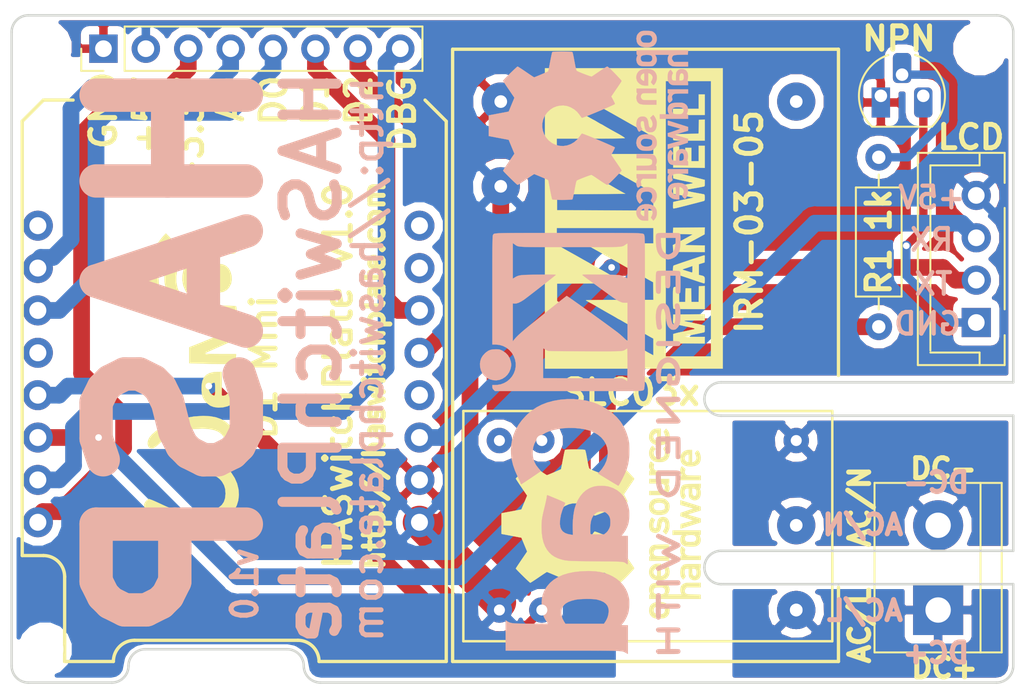
<source format=kicad_pcb>
(kicad_pcb (version 20171130) (host pcbnew "(5.0.2)-1")
  (layers (0 F.Cu signal) (31 B.Cu signal) (34 B.Paste user hide) (35 F.Paste user hide) (36 B.SilkS user hide) (37 F.SilkS user) (38 B.Mask user hide) (39 F.Mask user hide) (44 Edge.Cuts user))
  (net 0 "")
  (net 1 /AC_L)
  (net 2 /+5V)
  (net 3 /LCD_TX)
  (net 4 /LCD_RX)
  (net 5 /GND)
  (net 6 /AC_N)
  (net 7 /+3.3V)
  (net 8 /A0)
  (net 9 /D0)
  (net 10 /D1)
  (net 11 /D2)
  (net 12 /D8_DBG)
  (net 13 "Net-(U2-Pad4)")
  (net 14 "Net-(U2-Pad12)")
  (net 15 "Net-(U2-Pad7)")
  (net 16 "Net-(U2-Pad9)")
  (net 17 "Net-(U2-Pad8)")
  (net 18 /LCD_GND)
  (net 19 "Net-(R1-Pad1)")
  (net 20 /LCD_CTL)
  (module Package_TO_SOT_THT:TO-92L_HandSolder (layer F.Cu) (at 152.07 104.826)
    (fp_text reference Q1 hide)
    (fp_text value S8050)
    (pad 1 thru_hole rect (at 0 0) (size 1.1 1.8) (drill 0.75 (offset 0 0.4)) (layers *.Cu *.Mask) (net 5 /GND))
    (pad 3 thru_hole roundrect (at 2.54 0) (size 1.1 1.8) (drill 0.75 (offset 0 0.4)) (layers *.Cu *.Mask) (net 18 /LCD_GND))
    (pad 2 thru_hole roundrect (at 1.27 -1.27) (size 1.1 1.8) (drill 0.75 (offset 0 -0.4)) (layers *.Cu *.Mask) (net 20 /LCD_CTL))
  )
  (module HASwitchPlate:ACDC-Converter_MeanWell-SLC03-series (layer F.Cu) (at 147 135.65 180)
    (fp_text reference U3 hide)
    (fp_text value SLC03-series)
    (pad 8 thru_hole circle (at 17.78 10.16 180) (size 1.524 1.524) (drill 0.66) (layers *.Cu *.Mask))
    (pad 9 thru_hole circle (at 17.78 0 180) (size 1.524 1.524) (drill 0.66) (layers *.Cu *.Mask) (net 2 /+5V))
    (pad 16 thru_hole circle (at 0 0 180) (size 2.29 2.29) (drill 0.76) (layers *.Cu *.Mask) (net 1 /AC_L))
    (pad 10 thru_hole circle (at 15.24 0 180) (size 1.524 1.524) (drill 0.66) (layers *.Cu *.Mask) (net 5 /GND))
    (pad 1 thru_hole circle (at 0 10.16 180) (size 1.524 1.524) (drill 0.66) (layers *.Cu *.Mask) (net 6 /AC_N))
    (pad 7 thru_hole circle (at 15.24 10.16 180) (size 1.524 1.524) (drill 0.66) (layers *.Cu *.Mask))
  )
  (module HASwitchPlate:MountingHole_2.2mm_M2 (layer F.Cu) (at 101.778 101.556)
    (fp_text reference REF** hide)
    (fp_text value MountingHole_2.2mm_M2)
    (pad "" np_thru_hole circle (at 0.222 0.349) (size 2.2 2.2) (drill 2.2) (layers *.Cu *.Mask))
  )
  (module HASwitchPlate:MountingHole_2.2mm_M2 (layer F.Cu) (at 101.778 101.651)
    (fp_text reference REF** hide)
    (fp_text value MountingHole_2.2mm_M2)
    (pad "" np_thru_hole circle (at 0.222 36.349) (size 2.2 2.2) (drill 2.2) (layers *.Cu *.Mask))
  )
  (module Resistor_THT:R_Axial_DIN0207_L6.3mm_D2.5mm_P10.16mm_Horizontal (layer F.Cu) (at 151.943 118.669 90)
    (fp_text reference R1 hide)
    (fp_text value 1k)
    (pad 2 thru_hole oval (at 10.16 0 90) (size 1.6 1.6) (drill 0.8) (layers *.Cu *.Mask) (net 20 /LCD_CTL))
    (pad 1 thru_hole circle (at 0 0 90) (size 1.6 1.6) (drill 0.8) (layers *.Cu *.Mask) (net 19 "Net-(R1-Pad1)"))
  )
  (module HASwitchPlate:JST_XH2.54_04x2.54mm_Straight (layer F.Cu) (at 157.785 110.795 270)
    (fp_text reference J2 hide)
    (fp_text value XH2.54-4P)
    (pad 4 thru_hole circle (at 0 0 270) (size 1.75 1.75) (drill 1) (layers *.Cu *.Mask) (net 2 /+5V))
    (pad 3 thru_hole circle (at 2.54 0 270) (size 1.75 1.75) (drill 1) (layers *.Cu *.Mask) (net 3 /LCD_TX))
    (pad 2 thru_hole circle (at 5.08 0 270) (size 1.75 1.75) (drill 1) (layers *.Cu *.Mask) (net 4 /LCD_RX))
    (pad 1 thru_hole rect (at 7.62 0 270) (size 1.75 1.75) (drill 1) (layers *.Cu *.Mask) (net 18 /LCD_GND))
  )
  (module Pin_Headers:Pin_Header_Straight_1x08_Pitch2.54mm (layer F.Cu) (at 105.5 102 90)
    (fp_text reference J3 hide)
    (fp_text value Breakout)
    (pad 1 thru_hole rect (at 0 0 90) (size 1.7 1.7) (drill 1) (layers *.Cu *.Mask) (net 5 /GND))
    (pad 2 thru_hole oval (at 0 2.54 90) (size 1.7 1.7) (drill 1) (layers *.Cu *.Mask) (net 2 /+5V))
    (pad 3 thru_hole oval (at 0 5.08 90) (size 1.7 1.7) (drill 1) (layers *.Cu *.Mask) (net 7 /+3.3V))
    (pad 4 thru_hole oval (at 0 7.62 90) (size 1.7 1.7) (drill 1) (layers *.Cu *.Mask) (net 8 /A0))
    (pad 5 thru_hole oval (at 0 10.16 90) (size 1.7 1.7) (drill 1) (layers *.Cu *.Mask) (net 9 /D0))
    (pad 6 thru_hole oval (at 0 12.7 90) (size 1.7 1.7) (drill 1) (layers *.Cu *.Mask) (net 10 /D1))
    (pad 7 thru_hole oval (at 0 15.24 90) (size 1.7 1.7) (drill 1) (layers *.Cu *.Mask) (net 11 /D2))
    (pad 8 thru_hole oval (at 0 17.78 90) (size 1.7 1.7) (drill 1) (layers *.Cu *.Mask) (net 12 /D8_DBG))
  )
  (module HASwitchPlate:ACDC-Converter_MeanWell-IRM-03-x (layer F.Cu) (at 147 135.65 270)
    (fp_text reference U1 hide)
    (fp_text value IRM-03-5)
    (pad 5 thru_hole circle (at -30.48 0 270) (size 2.29 2.29) (drill 0.76) (layers *.Cu *.Mask))
    (pad 1 thru_hole circle (at 0 0 270) (size 2.29 2.29) (drill 0.76) (layers *.Cu *.Mask) (net 1 /AC_L))
    (pad 2 thru_hole circle (at -5.08 0 270) (size 2.29 2.29) (drill 0.76) (layers *.Cu *.Mask) (net 6 /AC_N))
    (pad 3 thru_hole circle (at -25.4 17.7 270) (size 2.29 2.29) (drill 0.76) (layers *.Cu *.Mask) (net 2 /+5V))
    (pad 4 thru_hole circle (at -30.48 17.7 270) (size 2.29 2.29) (drill 0.76) (layers *.Cu *.Mask) (net 5 /GND))
  )
  (module HASwitchPlate:wemos-d1-mini-with-pin-header-and-connector (layer F.Cu) (at 113 121.5 90)
    (fp_text reference U2 hide)
    (fp_text value WeMos_mini)
    (pad 16 thru_hole circle (at -8.89 -11.43 90) (size 1.8 1.8) (drill 1.016) (layers *.Cu *.Mask) (net 7 /+3.3V))
    (pad 1 thru_hole circle (at -8.89 11.43 90) (size 1.8 1.8) (drill 1.016) (layers *.Cu *.Mask) (net 2 /+5V))
    (pad 15 thru_hole circle (at -6.35 -11.43 90) (size 1.8 1.8) (drill 1.016) (layers *.Cu *.Mask) (net 12 /D8_DBG))
    (pad 2 thru_hole circle (at -6.35 11.43 90) (size 1.8 1.8) (drill 1.016) (layers *.Cu *.Mask) (net 5 /GND))
    (pad 14 thru_hole circle (at -3.81 -11.43 90) (size 1.8 1.8) (drill 1.016) (layers *.Cu *.Mask) (net 3 /LCD_TX))
    (pad 3 thru_hole circle (at -3.81 11.43 90) (size 1.8 1.8) (drill 1.016) (layers *.Cu *.Mask) (net 4 /LCD_RX))
    (pad 13 thru_hole circle (at -1.27 -11.43 90) (size 1.8 1.8) (drill 1.016) (layers *.Cu *.Mask) (net 19 "Net-(R1-Pad1)"))
    (pad 4 thru_hole circle (at -1.27 11.43 90) (size 1.8 1.8) (drill 1.016) (layers *.Cu *.Mask) (net 13 "Net-(U2-Pad4)"))
    (pad 12 thru_hole circle (at 1.27 -11.43 90) (size 1.8 1.8) (drill 1.016) (layers *.Cu *.Mask) (net 14 "Net-(U2-Pad12)"))
    (pad 5 thru_hole circle (at 1.27 11.43 90) (size 1.8 1.8) (drill 1.016) (layers *.Cu *.Mask) (net 11 /D2))
    (pad 11 thru_hole circle (at 3.81 -11.43 90) (size 1.8 1.8) (drill 1.016) (layers *.Cu *.Mask) (net 9 /D0))
    (pad 6 thru_hole circle (at 3.81 11.43 90) (size 1.8 1.8) (drill 1.016) (layers *.Cu *.Mask) (net 10 /D1))
    (pad 10 thru_hole circle (at 6.35 -11.43 90) (size 1.8 1.8) (drill 1.016) (layers *.Cu *.Mask) (net 8 /A0))
    (pad 7 thru_hole circle (at 6.35 11.43 90) (size 1.8 1.8) (drill 1.016) (layers *.Cu *.Mask) (net 15 "Net-(U2-Pad7)"))
    (pad 9 thru_hole circle (at 8.89 -11.43 90) (size 1.8 1.8) (drill 1.016) (layers *.Cu *.Mask) (net 16 "Net-(U2-Pad9)"))
    (pad 8 thru_hole circle (at 8.89 11.43 90) (size 1.8 1.8) (drill 1.016) (layers *.Cu *.Mask) (net 17 "Net-(U2-Pad8)"))
  )
  (module Connectors_Terminal_Blocks:TerminalBlock_bornier-2_P5.08mm (layer F.Cu) (at 155.5 135.65 90)
    (fp_text reference J1 hide)
    (fp_text value "Screw Term.")
    (pad 1 thru_hole rect (at 0 0 90) (size 3 3) (drill 1.52) (layers *.Cu *.Mask) (net 1 /AC_L))
    (pad 2 thru_hole circle (at 5.08 0 90) (size 3 3) (drill 1.52) (layers *.Cu *.Mask) (net 6 /AC_N))
  )
  (module HASwitchPlate:WeMos_logo_18mm (layer F.Cu) (at 110.795 121.59 90)
    (fp_text reference G*** hide)
    (fp_text value LOGO hide)
  )
  (module HASwitchPlate:MeanWell_logo_18mm (layer F.Cu) (at 137.2745 112.192 90)
    (fp_text reference G*** hide)
    (fp_text value LOGO hide)
  )
  (module HASwitchPlate:MountingHole_2.2mm_M2 (layer F.Cu) (at 101.778 101.651)
    (fp_text reference REF** hide)
    (fp_text value MountingHole_2.2mm_M2)
    (pad "" np_thru_hole circle (at 56.222 0.349) (size 2.2 2.2) (drill 2.2) (layers *.Cu *.Mask))
  )
  (module Symbol:OSHW-Logo_11.4x12mm_SilkScreen (layer F.Cu) (at 135.306 130.48 90)
    (fp_text reference REF** hide)
    (fp_text value OSHW-Logo_11.4x12mm_SilkScreen hide)
  )
  (module Symbol:KiCad-Logo2_12mm_SilkScreen (layer B.Cu) (at 134.036 125.654 270)
    (fp_text reference REF** hide)
    (fp_text value KiCad-Logo2_12mm_SilkScreen hide)
  )
  (module Symbol:OSHW-Logo_11.4x12mm_SilkScreen (layer B.Cu) (at 134.544 106.604 270)
    (fp_text reference REF** hide)
    (fp_text value OSHW-Logo_11.4x12mm_SilkScreen hide)
  )
  (gr_text "HASwitchPlate v1.0" (at 119.558 121.59 90) (layer F.SilkS) (effects (font (size 1.6 1.6) (thickness 0.3))))
  (gr_text http://haswitchplate.com (at 121.717 121.59 90) (layer F.SilkS) (effects (font (size 1.2 1.2) (thickness 0.3))))
  (gr_text LCD (at 157.4675 107.3025) (layer F.SilkS) (effects (font (size 1.4 1.4) (thickness 0.3))))
  (gr_text NPN (at 153.1495 101.397) (layer F.SilkS) (effects (font (size 1.4 1.4) (thickness 0.3))))
  (gr_text AC/N (at 150.8 129.464 90) (layer F.SilkS) (effects (font (size 1.2 1.2) (thickness 0.3))))
  (gr_text AC/L (at 150.8 136.576 90) (layer F.SilkS) (effects (font (size 1.2 1.2) (thickness 0.3))))
  (gr_text DC+ (at 155.88 139.116) (layer F.SilkS) (effects (font (size 1.2 1.2) (thickness 0.3))))
  (gr_text DC- (at 155.8165 127.178) (layer F.SilkS) (effects (font (size 1.2 1.2) (thickness 0.3))))
  (gr_line (start 107.366 137.465) (end 117.145 137.465) (layer F.SilkS) (width 0.2))
  (gr_text "R1 1k" (at 151.943 113.589 90) (layer F.SilkS) (effects (font (size 1.4 1.4) (thickness 0.3))))
  (gr_text AC/L (at 151.1175 135.687) (layer B.SilkS) (effects (font (size 1.2 1.2) (thickness 0.3)) (justify mirror)))
  (gr_text DC- (at 155.372 128.0035) (layer B.SilkS) (effects (font (size 1.2 1.2) (thickness 0.3)) (justify mirror)))
  (gr_text DC+ (at 155.372 138.227) (layer B.SilkS) (effects (font (size 1.2 1.2) (thickness 0.3)) (justify mirror)))
  (gr_line (start 149.53 138.735) (end 149.53 134.29) (layer F.SilkS) (width 0.2))
  (gr_line (start 149.53 102.032) (end 149.53 121.59) (layer F.SilkS) (width 0.2))
  (gr_text SLC03x (at 137.084 122.606) (layer F.SilkS) (effects (font (size 1.5 1.5) (thickness 0.3))))
  (gr_line (start 101.905 105.08) (end 103.683 105.08) (layer F.SilkS) (width 0.2))
  (gr_line (start 103.175 138.735) (end 106.096 138.735) (layer F.SilkS) (width 0.2))
  (gr_line (start 126.416 138.735) (end 149.53 138.735) (layer F.SilkS) (width 0.2))
  (gr_line (start 126.416 102.032) (end 149.53 102.032) (layer F.SilkS) (width 0.2))
  (gr_line (start 126.416 138.735) (end 126.416 102.032) (layer F.SilkS) (width 0.2))
  (gr_line (start 126.035 106.35) (end 124.765 105.08) (layer F.SilkS) (width 0.2))
  (gr_line (start 100.635 106.35) (end 101.905 105.08) (layer F.SilkS) (width 0.2))
  (gr_line (start 100.635 132.385) (end 100.635 106.35) (layer F.SilkS) (width 0.2))
  (gr_line (start 103.175 138.735) (end 103.175 133.655) (layer F.SilkS) (width 0.2))
  (gr_arc (start 107.366 138.735) (end 107.366 137.465) (angle -90) (layer F.SilkS) (width 0.2))
  (gr_arc (start 117.145 138.735) (end 118.415 138.735) (angle -90) (layer F.SilkS) (width 0.2))
  (gr_line (start 126.035 138.735) (end 118.415 138.735) (layer F.SilkS) (width 0.2))
  (gr_line (start 126.035 106.35) (end 126.035 138.735) (layer F.SilkS) (width 0.2))
  (gr_line (start 101.905 132.385) (end 100.635 132.385) (layer F.SilkS) (width 0.2))
  (gr_arc (start 101.905 133.655) (end 103.175 133.655) (angle -90) (layer F.SilkS) (width 0.2))
  (gr_text AC/N (at 150.9905 130.5435) (layer B.SilkS) (effects (font (size 1.2 1.2) (thickness 0.3)) (justify mirror)))
  (gr_line (start 160 101) (end 160 122) (layer Edge.Cuts) (width 0.15))
  (gr_line (start 160 132.1) (end 160 124) (layer Edge.Cuts) (width 0.15))
  (gr_arc (start 142.5 123) (end 142.5 124) (angle 90) (layer Edge.Cuts) (width 0.15))
  (gr_arc (start 142.5 123) (end 141.5 123) (angle 90) (layer Edge.Cuts) (width 0.15))
  (gr_line (start 142.5 122) (end 160 122) (angle 90) (layer Edge.Cuts) (width 0.15))
  (gr_line (start 142.5 124) (end 160 124) (angle 90) (layer Edge.Cuts) (width 0.15))
  (gr_line (start 118.5 140) (end 159 140) (layer Edge.Cuts) (width 0.15))
  (gr_line (start 101 140) (end 106 140) (layer Edge.Cuts) (width 0.15))
  (gr_line (start 108 138) (end 116.5 138) (layer Edge.Cuts) (width 0.15))
  (gr_arc (start 118.5 139) (end 118.5 140) (angle 90) (layer Edge.Cuts) (width 0.15))
  (gr_arc (start 116.5 139) (end 116.5 138) (angle 90) (layer Edge.Cuts) (width 0.15))
  (gr_arc (start 108 139) (end 107 139) (angle 89.9) (layer Edge.Cuts) (width 0.15))
  (gr_arc (start 106 139) (end 107 139) (angle 90) (layer Edge.Cuts) (width 0.15))
  (gr_arc (start 101 101) (end 100 101) (angle 90) (layer Edge.Cuts) (width 0.15))
  (gr_arc (start 101 139) (end 101 140) (angle 90) (layer Edge.Cuts) (width 0.15))
  (gr_arc (start 159 139) (end 160 139) (angle 90) (layer Edge.Cuts) (width 0.15))
  (gr_arc (start 159 101) (end 159 100) (angle 90) (layer Edge.Cuts) (width 0.15))
  (gr_text IRM-03-05 (at 144.196 112.3825 90) (layer F.SilkS) (effects (font (size 1.5 1.5) (thickness 0.3))))
  (gr_text "D1 Mini" (at 115.1 121.1 90) (layer F.SilkS) (effects (font (size 1.5 1.5) (thickness 0.3))))
  (gr_text DBG (at 123.4 105.9 90) (layer F.SilkS) (effects (font (size 1.5 1.5) (thickness 0.3))))
  (gr_text D2 (at 120.8 105.1 90) (layer F.SilkS) (effects (font (size 1.5 1.5) (thickness 0.3))))
  (gr_text D1 (at 118.2 105.1 90) (layer F.SilkS) (effects (font (size 1.5 1.5) (thickness 0.3))))
  (gr_text D0 (at 115.7 105.1 90) (layer F.SilkS) (effects (font (size 1.5 1.5) (thickness 0.3))))
  (gr_text A0 (at 113.1 105 90) (layer F.SilkS) (effects (font (size 1.5 1.5) (thickness 0.3))))
  (gr_text +3.3V (at 110.7 107.1 90) (layer F.SilkS) (effects (font (size 1.5 1.5) (thickness 0.3))))
  (gr_text +5V (at 108.1 106 90) (layer F.SilkS) (effects (font (size 1.5 1.5) (thickness 0.3))))
  (gr_text GND (at 105.5 105.7 90) (layer F.SilkS) (effects (font (size 1.5 1.5) (thickness 0.3))))
  (gr_text v1.0 (at 113.97 134.0995 90) (layer B.SilkS) (effects (font (size 1.5 1.35) (thickness 0.3)) (justify mirror)))
  (gr_text http://haswitchplate.com (at 121.336 120.6375 90) (layer B.SilkS) (effects (font (size 1.75 1.75) (thickness 0.3)) (justify mirror)))
  (gr_text HASP (at 110 120 90) (layer B.SilkS) (effects (font (size 9 9) (thickness 2)) (justify mirror)))
  (gr_text HASwitchPlate (at 118 120.5 90) (layer B.SilkS) (effects (font (size 3.25 3.25) (thickness 0.6)) (justify mirror)))
  (gr_text GND (at 154.864 118.4912) (layer B.SilkS) (effects (font (size 1.3 1.3) (thickness 0.25)) (justify mirror)))
  (gr_text TX (at 155.2196 116.1036) (layer B.SilkS) (effects (font (size 1.3 1.3) (thickness 0.25)) (justify mirror)))
  (gr_text RX (at 155.118 113.462) (layer B.SilkS) (effects (font (size 1.3 1.3) (thickness 0.25)) (justify mirror)))
  (gr_text +5V (at 155.118 110.922) (layer B.SilkS) (effects (font (size 1.3 1.3) (thickness 0.25)) (justify mirror)))
  (gr_arc (start 142.5 133.1) (end 142.5 134.1) (angle 90) (layer Edge.Cuts) (width 0.15))
  (gr_arc (start 142.5 133.1) (end 141.5 133.1) (angle 90) (layer Edge.Cuts) (width 0.15))
  (gr_line (start 160 134.1) (end 160 139) (angle 90) (layer Edge.Cuts) (width 0.15))
  (gr_line (start 142.5 134.1) (end 160 134.1) (angle 90) (layer Edge.Cuts) (width 0.15))
  (gr_line (start 142.5 132.1) (end 160 132.1) (angle 90) (layer Edge.Cuts) (width 0.15))
  (gr_line (start 101 100) (end 159 100) (angle 90) (layer Edge.Cuts) (width 0.15))
  (gr_line (start 100 101) (end 100 139) (angle 90) (layer Edge.Cuts) (width 0.15))
  (segment (start 129.22 135.189) (end 129.22 135.65) (width 1.5) (layer F.Cu) (net 2))
  (segment (start 124.43 130.39) (end 124.43 130.399) (width 1.5) (layer F.Cu) (net 2))
  (segment (start 124.43 130.399) (end 129.22 135.189) (width 2) (layer F.Cu) (net 2))
  (segment (start 129.3 111.869274) (end 129.3 110.25) (width 1) (layer F.Cu) (net 2))
  (segment (start 129.3 117.753336) (end 129.3 111.869274) (width 1) (layer F.Cu) (net 2))
  (segment (start 127.457999 119.595337) (end 129.3 117.753336) (width 1) (layer F.Cu) (net 2))
  (segment (start 127.457999 128.634793) (end 127.457999 119.595337) (width 1) (layer F.Cu) (net 2))
  (segment (start 125.702792 130.39) (end 127.457999 128.634793) (width 1) (layer F.Cu) (net 2))
  (segment (start 124.43 130.39) (end 125.702792 130.39) (width 1) (layer F.Cu) (net 2))
  (via (at 105.207 125.31) (size 0.6) (drill 0.4) (layers F.Cu B.Cu) (net 3))
  (segment (start 157.785 113.335) (end 156.910001 112.460001) (width 1) (layer B.Cu) (net 3))
  (segment (start 148.118999 112.460001) (end 126.924 133.655) (width 1) (layer B.Cu) (net 3))
  (segment (start 156.910001 112.460001) (end 148.118999 112.460001) (width 1) (layer B.Cu) (net 3))
  (segment (start 126.924 133.655) (end 113.552 133.655) (width 1) (layer B.Cu) (net 3))
  (segment (start 113.552 133.655) (end 105.506999 125.609999) (width 1) (layer B.Cu) (net 3))
  (segment (start 105.506999 125.609999) (end 105.207 125.31) (width 1) (layer B.Cu) (net 3))
  (segment (start 101.57 125.31) (end 105.207 125.31) (width 1) (layer F.Cu) (net 3))
  (segment (start 156.547564 115.875) (end 157.785 115.875) (width 1) (layer F.Cu) (net 4))
  (segment (start 135.899792 115.113) (end 135.941 115.113) (width 1) (layer F.Cu) (net 4))
  (segment (start 155.785564 115.113) (end 156.547564 115.875) (width 1) (layer F.Cu) (net 4))
  (segment (start 135.941 115.113) (end 155.785564 115.113) (width 1) (layer F.Cu) (net 4))
  (via (at 135.941 115.113) (size 0.6) (drill 0.4) (layers F.Cu B.Cu) (net 4))
  (segment (start 125.744 125.31) (end 124.43 125.31) (width 1) (layer B.Cu) (net 4))
  (segment (start 135.941 115.113) (end 125.744 125.31) (width 1) (layer B.Cu) (net 4))
  (segment (start 110.58 103.202081) (end 110.58 102) (width 1) (layer F.Cu) (net 7))
  (segment (start 109.337081 104.445) (end 110.58 103.202081) (width 1) (layer F.Cu) (net 7))
  (segment (start 106.858 104.445) (end 109.337081 104.445) (width 1) (layer F.Cu) (net 7))
  (segment (start 104.191 107.112) (end 106.858 104.445) (width 1) (layer F.Cu) (net 7))
  (segment (start 104.191 121.463) (end 104.191 107.112) (width 1) (layer F.Cu) (net 7))
  (segment (start 101.57 130.053) (end 101.872999 129.750001) (width 1) (layer F.Cu) (net 7))
  (segment (start 101.57 130.39) (end 101.57 130.053) (width 1) (layer F.Cu) (net 7))
  (segment (start 101.872999 129.750001) (end 102.888333 129.750001) (width 1) (layer F.Cu) (net 7))
  (segment (start 102.888333 129.750001) (end 106.70701 125.931324) (width 1) (layer F.Cu) (net 7))
  (segment (start 106.70701 125.931324) (end 106.70701 123.97901) (width 1) (layer F.Cu) (net 7))
  (segment (start 106.70701 123.97901) (end 104.191 121.463) (width 1) (layer F.Cu) (net 7))
  (segment (start 102.482001 114.510001) (end 103.556 113.436002) (width 1) (layer B.Cu) (net 8))
  (segment (start 101.745999 114.510001) (end 102.482001 114.510001) (width 1) (layer B.Cu) (net 8))
  (segment (start 101.57 115.15) (end 101.57 114.686) (width 1) (layer B.Cu) (net 8))
  (segment (start 101.57 114.686) (end 101.745999 114.510001) (width 1) (layer B.Cu) (net 8))
  (segment (start 103.556 113.436002) (end 103.556 105.588) (width 1) (layer B.Cu) (net 8))
  (segment (start 103.556 105.588) (end 104.826 104.318) (width 1) (layer B.Cu) (net 8))
  (segment (start 113.12 103.202081) (end 113.12 102) (width 1) (layer B.Cu) (net 8))
  (segment (start 112.004081 104.318) (end 113.12 103.202081) (width 1) (layer B.Cu) (net 8))
  (segment (start 104.826 104.318) (end 112.004081 104.318) (width 1) (layer B.Cu) (net 8))
  (segment (start 115.66 103.202081) (end 115.66 102) (width 1) (layer B.Cu) (net 9))
  (segment (start 101.57 117.69) (end 102.842792 117.69) (width 1) (layer B.Cu) (net 9))
  (segment (start 102.842792 117.69) (end 105.05601 115.476782) (width 1) (layer B.Cu) (net 9))
  (segment (start 105.05601 115.476782) (end 105.05601 106.50099) (width 1) (layer B.Cu) (net 9))
  (segment (start 105.05601 106.50099) (end 105.73899 105.81801) (width 1) (layer B.Cu) (net 9))
  (segment (start 105.73899 105.81801) (end 113.044071 105.81801) (width 1) (layer B.Cu) (net 9))
  (segment (start 113.044071 105.81801) (end 115.66 103.202081) (width 1) (layer B.Cu) (net 9))
  (segment (start 118.2 103.202081) (end 118.2 102) (width 1) (layer F.Cu) (net 10))
  (segment (start 122.479 107.481081) (end 118.2 103.202081) (width 1) (layer F.Cu) (net 10))
  (segment (start 122.479 117.011792) (end 122.479 107.481081) (width 1) (layer F.Cu) (net 10))
  (segment (start 124.43 117.69) (end 123.157208 117.69) (width 1) (layer F.Cu) (net 10))
  (segment (start 123.157208 117.69) (end 122.479 117.011792) (width 1) (layer F.Cu) (net 10))
  (segment (start 120.74 103.202081) (end 120.74 102) (width 1) (layer F.Cu) (net 11))
  (segment (start 126.924 109.386081) (end 120.74 103.202081) (width 1) (layer F.Cu) (net 11))
  (segment (start 126.924 118.008002) (end 126.924 109.386081) (width 1) (layer F.Cu) (net 11))
  (segment (start 124.43 120.23) (end 124.702002 120.23) (width 1) (layer F.Cu) (net 11))
  (segment (start 124.702002 120.23) (end 126.924 118.008002) (width 1) (layer F.Cu) (net 11))
  (segment (start 103.706989 126.985803) (end 103.706989 124.688676) (width 1) (layer B.Cu) (net 12))
  (segment (start 122.430001 102.849999) (end 123.28 102) (width 1) (layer B.Cu) (net 12))
  (segment (start 103.706989 124.688676) (end 104.646665 123.749) (width 1) (layer B.Cu) (net 12))
  (segment (start 104.646665 123.749) (end 119.812 123.749) (width 1) (layer B.Cu) (net 12))
  (segment (start 119.812 123.749) (end 122.430001 121.130999) (width 1) (layer B.Cu) (net 12))
  (segment (start 122.430001 121.130999) (end 122.430001 102.849999) (width 1) (layer B.Cu) (net 12))
  (segment (start 102.842792 127.85) (end 103.706989 126.985803) (width 1) (layer B.Cu) (net 12))
  (segment (start 101.57 127.85) (end 102.842792 127.85) (width 1) (layer B.Cu) (net 12))
  (via (at 153.594 113.81299) (size 0.6) (drill 0.4) (layers F.Cu B.Cu) (net 18))
  (segment (start 156.41 118.415) (end 153.594 115.599) (width 0.5) (layer B.Cu) (net 18))
  (segment (start 153.893999 113.512991) (end 153.594 113.81299) (width 0.5) (layer F.Cu) (net 18))
  (segment (start 154.61501 112.79198) (end 153.893999 113.512991) (width 0.5) (layer F.Cu) (net 18))
  (segment (start 154.61501 104.826) (end 154.61501 112.79198) (width 0.5) (layer F.Cu) (net 18))
  (segment (start 157.785 118.415) (end 156.41 118.415) (width 0.5) (layer B.Cu) (net 18))
  (segment (start 153.594 114.237254) (end 153.594 113.81299) (width 0.5) (layer B.Cu) (net 18))
  (segment (start 153.594 115.599) (end 153.594 114.237254) (width 0.5) (layer B.Cu) (net 18))
  (via (at 111.811 122.225) (size 0.6) (drill 0.4) (layers F.Cu B.Cu) (net 19))
  (segment (start 112.110999 122.524999) (end 111.811 122.225) (width 1) (layer F.Cu) (net 19))
  (segment (start 103.387792 122.225) (end 111.386736 122.225) (width 1) (layer B.Cu) (net 19))
  (segment (start 102.842792 122.77) (end 103.387792 122.225) (width 1) (layer B.Cu) (net 19))
  (segment (start 139.37 118.669) (end 135.687 122.352) (width 1) (layer F.Cu) (net 19))
  (segment (start 101.57 122.77) (end 102.842792 122.77) (width 1) (layer B.Cu) (net 19))
  (segment (start 111.386736 122.225) (end 111.811 122.225) (width 1) (layer B.Cu) (net 19))
  (segment (start 133.08401 138.92499) (end 128.51099 138.92499) (width 1) (layer F.Cu) (net 19))
  (segment (start 151.943 118.669) (end 139.37 118.669) (width 1) (layer F.Cu) (net 19))
  (segment (start 135.687 122.352) (end 135.687 136.322) (width 1) (layer F.Cu) (net 19))
  (segment (start 135.687 136.322) (end 133.08401 138.92499) (width 1) (layer F.Cu) (net 19))
  (segment (start 128.51099 138.92499) (end 112.110999 122.524999) (width 1) (layer F.Cu) (net 19))
  (segment (start 155.289584 103.556) (end 153.34 103.556) (width 0.5) (layer B.Cu) (net 20))
  (segment (start 155.91001 104.176426) (end 155.289584 103.556) (width 0.5) (layer B.Cu) (net 20))
  (segment (start 155.91001 106.275574) (end 155.91001 104.176426) (width 0.5) (layer B.Cu) (net 20))
  (segment (start 153.676584 108.509) (end 155.91001 106.275574) (width 0.5) (layer B.Cu) (net 20))
  (segment (start 151.943 108.509) (end 153.676584 108.509) (width 0.5) (layer B.Cu) (net 20))
  (zone (net 0) (net_name "") (layer F.Cu) (connect_pads (clearance 0.22)) (min_thickness 0.254)
    (keepout (tracks allowed) (vias allowed) (copperpour not_allowed))
    (fill (arc_segments 16) (thermal_gap 0.508) (thermal_bridge_width 0.508))
    (polygon (pts (xy 103 126) (xy 123 126) (xy 123 102.5) (xy 103 102.5)))
  )
  (zone (net 0) (net_name "") (layer B.Cu) (connect_pads (clearance 0.22)) (min_thickness 0.254)
    (keepout (tracks allowed) (vias allowed) (copperpour not_allowed))
    (fill (arc_segments 16) (thermal_gap 0.508) (thermal_bridge_width 0.508))
    (polygon (pts (xy 103 126) (xy 123 126) (xy 123 102.5) (xy 103 102.5)))
  )
  (zone (net 5) (net_name /GND) (layer F.Cu) (connect_pads (clearance 0.22)) (min_thickness 0.254) (fill yes (arc_segments 16) (thermal_gap 0.508) (thermal_bridge_width 0.508))
    (polygon (pts (xy 100 100) (xy 100 140.005) (xy 136.195 140.005) (xy 136.195 121.59) (xy 160.325 121.59) (xy 160.325 100)))
  )
  (zone (net 2) (net_name /+5V) (layer B.Cu) (connect_pads (clearance 0.22)) (min_thickness 0.254) (fill yes (arc_segments 16) (thermal_gap 0.508) (thermal_bridge_width 0.508))
    (polygon (pts (xy 100 100) (xy 100 140.005) (xy 136.195 140.005) (xy 136.195 121.59) (xy 160.325 121.59) (xy 160.325 100)))
  )
  (zone (net 1) (net_name /AC_L) (layer F.Cu) (connect_pads (clearance 0.22)) (min_thickness 0.254) (fill yes (arc_segments 16) (thermal_gap 0.508) (thermal_bridge_width 0.508))
    (polygon (pts (xy 143.18 134.29) (xy 143.18 139.751) (xy 159.309 139.751) (xy 159.817 139.243) (xy 159.817 134.29)))
  )
  (zone (net 1) (net_name /AC_L) (layer B.Cu) (connect_pads (clearance 0.22)) (min_thickness 0.254) (fill yes (arc_segments 16) (thermal_gap 0.508) (thermal_bridge_width 0.508))
    (polygon (pts (xy 143.18 134.29) (xy 143.18 139.751) (xy 159.309 139.751) (xy 159.817 139.243) (xy 159.817 134.29)))
  )
  (zone (net 6) (net_name /AC_N) (layer F.Cu) (connect_pads (clearance 0.22)) (min_thickness 0.254) (fill yes (arc_segments 16) (thermal_gap 0.508) (thermal_bridge_width 0.508))
    (polygon (pts (xy 143.18 131.877) (xy 143.18 124.257) (xy 159.817 124.257) (xy 159.817 131.877)))
  )
  (zone (net 6) (net_name /AC_N) (layer B.Cu) (connect_pads (clearance 0.22)) (min_thickness 0.254) (fill yes (arc_segments 16) (thermal_gap 0.508) (thermal_bridge_width 0.508))
    (polygon (pts (xy 143.18 131.877) (xy 143.18 124.257) (xy 159.817 124.257) (xy 159.817 131.877)))
  )
)
</source>
